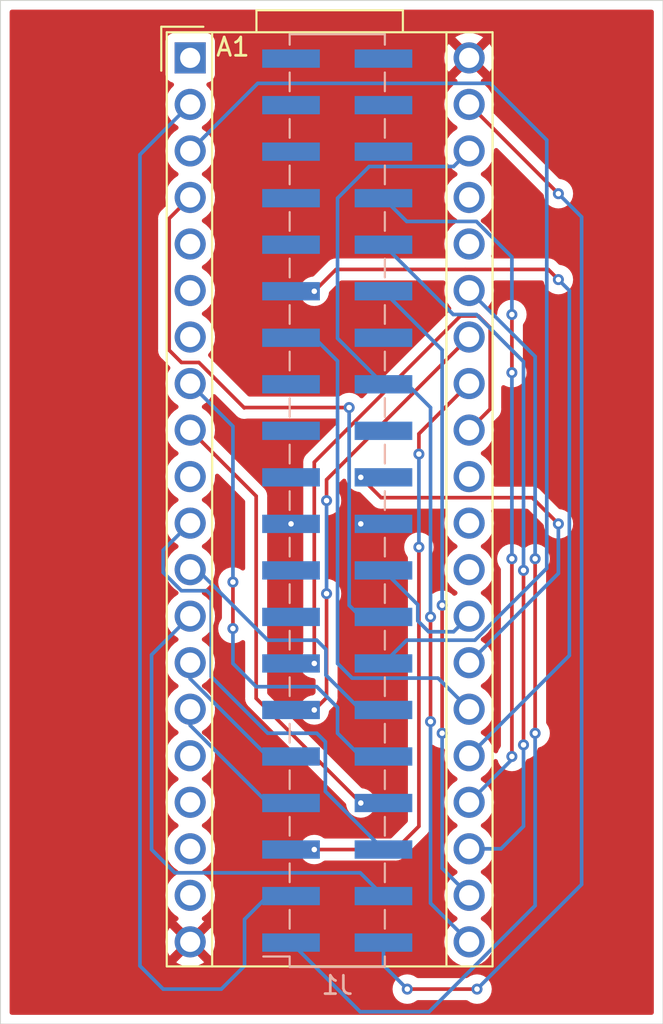
<source format=kicad_pcb>
(kicad_pcb (version 20221018) (generator pcbnew)
  (layers (0 "F.Cu" signal) (31 "B.Cu" signal) (34 "B.Paste" user) (35 "F.Paste" user) (36 "B.SilkS" user "B.Silkscreen") (37 "F.SilkS" user "F.Silkscreen") (38 "B.Mask" user) (39 "F.Mask" user) (44 "Edge.Cuts" user))
  (net 0 "")
  (net 2 "Net-(A1-SD_DATA_3)")
  (net 3 "Net-(A1-SD_DATA_2)")
  (net 4 "Net-(A1-SD_DATA_1)")
  (net 8 "Net-(A1-SPI1_CS)")
  (net 9 "Net-(A1-SPI1_SCK)")
  (net 11 "Net-(A1-SPI1_PICO)")
  (net 12 "Net-(A1-I2C1_SCL)")
  (net 13 "Net-(A1-I2C1_SDA)")
  (net 14 "Net-(A1-USART1_TX)")
  (net 15 "Net-(A1-USART1_RX)")
  (net 20 "Net-(A1-3V3_A)")
  (net 21 "Net-(A1-ADC_0)")
  (net 22 "Net-(A1-ADC_1)")
  (net 23 "Net-(A1-ADC_2)")
  (net 24 "Net-(A1-ADC_3)")
  (net 25 "Net-(A1-ADC_4)")
  (net 26 "Net-(A1-ADC_5)")
  (net 27 "Net-(A1-ADC_6)")
  (net 31 "Net-(A1-SAI2_SD_B)")
  (net 32 "Net-(A1-SAI2_SD_A)")
  (net 33 "Net-(A1-SAI2_FS)")
  (net 34 "Net-(A1-SAI2_SCK)")
  (net 37 "Net-(A1-VIN)")
  (net 38 "GND")
  (footprint "Module:Electrosmith_Daisy_Seed" (layer "F.Cu") (at 155.145 69.175)
    (fp_text reference "A1" (at 2.335 -0.595) (layer "F.SilkS"))
    (fp_text value "Electrosmith_Daisy_Seed_Rev4")
    (fp_line (start -1.58 -1.7) (end -1.58 0.7) (stroke (width 0.12)) (layer "F.SilkS"))
    (fp_line (start -1.28 -1.4) (end 16.52 -1.4) (stroke (width 0.12)) (layer "F.SilkS"))
    (fp_line (start -1.28 49.6) (end -1.28 -1.4) (stroke (width 0.12)) (layer "F.SilkS"))
    (fp_line (start 0.72 -1.7) (end -1.58 -1.7) (stroke (width 0.12)) (layer "F.SilkS"))
    (fp_line (start 1.2 -1.4) (end 1.2 49.6) (stroke (width 0.12)) (layer "F.SilkS"))
    (fp_line (start 3.62 -2.6) (end 11.62 -2.6) (stroke (width 0.12)) (layer "F.SilkS"))
    (fp_line (start 3.62 -1.4) (end 3.62 -2.6) (stroke (width 0.12)) (layer "F.SilkS"))
    (fp_line (start 11.62 -2.6) (end 11.62 -1.4) (stroke (width 0.12)) (layer "F.SilkS"))
    (fp_line (start 14 -1.4) (end 14 49.6) (stroke (width 0.12)) (layer "F.SilkS"))
    (fp_line (start 16.52 -1.4) (end 16.52 49.6) (stroke (width 0.12)) (layer "F.SilkS"))
    (fp_line (start 16.52 49.6) (end -1.28 49.6) (stroke (width 0.12)) (layer "F.SilkS"))
    (pad "1" thru_hole rect (at 0 0) (size 1.7 1.7) (drill 1.1) (layers "*.Cu" "*.Mask"))
    (pad "2" thru_hole circle (at 0 2.54) (size 1.7 1.7) (drill 1.1) (layers "*.Cu" "*.Mask") (net 2 "Net-(A1-SD_DATA_3)"))
    (pad "3" thru_hole circle (at 0 5.08) (size 1.7 1.7) (drill 1.1) (layers "*.Cu" "*.Mask") (net 3 "Net-(A1-SD_DATA_2)"))
    (pad "4" thru_hole circle (at 0 7.62) (size 1.7 1.7) (drill 1.1) (layers "*.Cu" "*.Mask") (net 4 "Net-(A1-SD_DATA_1)"))
    (pad "5" thru_hole circle (at 0 10.16) (size 1.7 1.7) (drill 1.1) (layers "*.Cu" "*.Mask"))
    (pad "6" thru_hole circle (at 0 12.7) (size 1.7 1.7) (drill 1.1) (layers "*.Cu" "*.Mask"))
    (pad "7" thru_hole circle (at 0 15.24) (size 1.7 1.7) (drill 1.1) (layers "*.Cu" "*.Mask"))
    (pad "8" thru_hole circle (at 0 17.78) (size 1.7 1.7) (drill 1.1) (layers "*.Cu" "*.Mask") (net 8 "Net-(A1-SPI1_CS)"))
    (pad "9" thru_hole circle (at 0 20.32) (size 1.7 1.7) (drill 1.1) (layers "*.Cu" "*.Mask") (net 9 "Net-(A1-SPI1_SCK)"))
    (pad "10" thru_hole circle (at 0 22.86) (size 1.7 1.7) (drill 1.1) (layers "*.Cu" "*.Mask"))
    (pad "11" thru_hole circle (at 0 25.4) (size 1.7 1.7) (drill 1.1) (layers "*.Cu" "*.Mask") (net 11 "Net-(A1-SPI1_PICO)"))
    (pad "12" thru_hole circle (at 0 27.94) (size 1.7 1.7) (drill 1.1) (layers "*.Cu" "*.Mask") (net 12 "Net-(A1-I2C1_SCL)"))
    (pad "13" thru_hole circle (at 0 30.48) (size 1.7 1.7) (drill 1.1) (layers "*.Cu" "*.Mask") (net 13 "Net-(A1-I2C1_SDA)"))
    (pad "14" thru_hole circle (at 0 33.02) (size 1.7 1.7) (drill 1.1) (layers "*.Cu" "*.Mask") (net 14 "Net-(A1-USART1_TX)"))
    (pad "15" thru_hole circle (at 0 35.56) (size 1.7 1.7) (drill 1.1) (layers "*.Cu" "*.Mask") (net 15 "Net-(A1-USART1_RX)"))
    (pad "16" thru_hole circle (at 0 38.1) (size 1.7 1.7) (drill 1.1) (layers "*.Cu" "*.Mask"))
    (pad "17" thru_hole circle (at 0 40.64) (size 1.7 1.7) (drill 1.1) (layers "*.Cu" "*.Mask"))
    (pad "18" thru_hole circle (at 0 43.18) (size 1.7 1.7) (drill 1.1) (layers "*.Cu" "*.Mask"))
    (pad "19" thru_hole circle (at 0 45.72) (size 1.7 1.7) (drill 1.1) (layers "*.Cu" "*.Mask"))
    (pad "20" thru_hole circle (at 0 48.26) (size 1.7 1.7) (drill 1.1) (layers "*.Cu" "*.Mask") (net 38 "GND"))
    (pad "21" thru_hole circle (at 15.24 48.26) (size 1.7 1.7) (drill 1.1) (layers "*.Cu" "*.Mask") (net 20 "Net-(A1-3V3_A)"))
    (pad "22" thru_hole circle (at 15.24 45.72) (size 1.7 1.7) (drill 1.1) (layers "*.Cu" "*.Mask") (net 21 "Net-(A1-ADC_0)"))
    (pad "23" thru_hole circle (at 15.24 43.18) (size 1.7 1.7) (drill 1.1) (layers "*.Cu" "*.Mask") (net 22 "Net-(A1-ADC_1)"))
    (pad "24" thru_hole circle (at 15.24 40.64) (size 1.7 1.7) (drill 1.1) (layers "*.Cu" "*.Mask") (net 23 "Net-(A1-ADC_2)"))
    (pad "25" thru_hole circle (at 15.24 38.1) (size 1.7 1.7) (drill 1.1) (layers "*.Cu" "*.Mask") (net 24 "Net-(A1-ADC_3)"))
    (pad "26" thru_hole circle (at 15.24 35.56) (size 1.7 1.7) (drill 1.1) (layers "*.Cu" "*.Mask") (net 25 "Net-(A1-ADC_4)"))
    (pad "27" thru_hole circle (at 15.24 33.02) (size 1.7 1.7) (drill 1.1) (layers "*.Cu" "*.Mask") (net 26 "Net-(A1-ADC_5)"))
    (pad "28" thru_hole circle (at 15.24 30.48) (size 1.7 1.7) (drill 1.1) (layers "*.Cu" "*.Mask") (net 27 "Net-(A1-ADC_6)"))
    (pad "29" thru_hole circle (at 15.24 27.94) (size 1.7 1.7) (drill 1.1) (layers "*.Cu" "*.Mask"))
    (pad "30" thru_hole circle (at 15.24 25.4) (size 1.7 1.7) (drill 1.1) (layers "*.Cu" "*.Mask"))
    (pad "31" thru_hole circle (at 15.24 22.86) (size 1.7 1.7) (drill 1.1) (layers "*.Cu" "*.Mask"))
    (pad "32" thru_hole circle (at 15.24 20.32) (size 1.7 1.7) (drill 1.1) (layers "*.Cu" "*.Mask") (net 31 "Net-(A1-SAI2_SD_B)"))
    (pad "33" thru_hole circle (at 15.24 17.78) (size 1.7 1.7) (drill 1.1) (layers "*.Cu" "*.Mask") (net 32 "Net-(A1-SAI2_SD_A)"))
    (pad "34" thru_hole circle (at 15.24 15.24) (size 1.7 1.7) (drill 1.1) (layers "*.Cu" "*.Mask") (net 33 "Net-(A1-SAI2_FS)"))
    (pad "35" thru_hole circle (at 15.24 12.7) (size 1.7 1.7) (drill 1.1) (layers "*.Cu" "*.Mask") (net 34 "Net-(A1-SAI2_SCK)"))
    (pad "36" thru_hole circle (at 15.24 10.16) (size 1.7 1.7) (drill 1.1) (layers "*.Cu" "*.Mask"))
    (pad "37" thru_hole circle (at 15.24 7.62) (size 1.7 1.7) (drill 1.1) (layers "*.Cu" "*.Mask"))
    (pad "38" thru_hole circle (at 15.24 5.08) (size 1.7 1.7) (drill 1.1) (layers "*.Cu" "*.Mask") (net 20 "Net-(A1-3V3_A)"))
    (pad "39" thru_hole circle (at 15.24 2.54) (size 1.7 1.7) (drill 1.1) (layers "*.Cu" "*.Mask") (net 37 "Net-(A1-VIN)"))
    (pad "40" thru_hole circle (at 15.24 0) (size 1.7 1.7) (drill 1.1) (layers "*.Cu" "*.Mask") (net 38 "GND"))
  )
  (footprint "Connector_PinHeader_2.54mm:PinHeader_2x20_P2.54mm_Vertical_SMD" (layer "B.Cu") (at 163.18 93.345)
    (fp_text reference "J1" (at 0 26.46) (layer "B.SilkS") (effects (justify mirror)))
    (fp_text value "Conn_02x20_Odd_Even")
    (fp_line (start -4.04 24.89) (end -2.6 24.89) (stroke (width 0.12)) (layer "B.SilkS"))
    (fp_line (start -2.6 -25.46) (end 2.6 -25.46) (stroke (width 0.12)) (layer "B.SilkS"))
    (fp_line (start -2.6 -24.89) (end -2.6 -25.46) (stroke (width 0.12)) (layer "B.SilkS"))
    (fp_line (start -2.6 -22.35) (end -2.6 -23.37) (stroke (width 0.12)) (layer "B.SilkS"))
    (fp_line (start -2.6 -19.81) (end -2.6 -20.83) (stroke (width 0.12)) (layer "B.SilkS"))
    (fp_line (start -2.6 -17.27) (end -2.6 -18.29) (stroke (width 0.12)) (layer "B.SilkS"))
    (fp_line (start -2.6 -14.73) (end -2.6 -15.75) (stroke (width 0.12)) (layer "B.SilkS"))
    (fp_line (start -2.6 -12.19) (end -2.6 -13.21) (stroke (width 0.12)) (layer "B.SilkS"))
    (fp_line (start -2.6 -9.65) (end -2.6 -10.67) (stroke (width 0.12)) (layer "B.SilkS"))
    (fp_line (start -2.6 -7.11) (end -2.6 -8.13) (stroke (width 0.12)) (layer "B.SilkS"))
    (fp_line (start -2.6 -4.57) (end -2.6 -5.59) (stroke (width 0.12)) (layer "B.SilkS"))
    (fp_line (start -2.6 -2.03) (end -2.6 -3.05) (stroke (width 0.12)) (layer "B.SilkS"))
    (fp_line (start -2.6 0.51) (end -2.6 -0.51) (stroke (width 0.12)) (layer "B.SilkS"))
    (fp_line (start -2.6 3.05) (end -2.6 2.03) (stroke (width 0.12)) (layer "B.SilkS"))
    (fp_line (start -2.6 5.59) (end -2.6 4.57) (stroke (width 0.12)) (layer "B.SilkS"))
    (fp_line (start -2.6 8.13) (end -2.6 7.11) (stroke (width 0.12)) (layer "B.SilkS"))
    (fp_line (start -2.6 10.67) (end -2.6 9.65) (stroke (width 0.12)) (layer "B.SilkS"))
    (fp_line (start -2.6 13.21) (end -2.6 12.19) (stroke (width 0.12)) (layer "B.SilkS"))
    (fp_line (start -2.6 15.75) (end -2.6 14.73) (stroke (width 0.12)) (layer "B.SilkS"))
    (fp_line (start -2.6 18.29) (end -2.6 17.27) (stroke (width 0.12)) (layer "B.SilkS"))
    (fp_line (start -2.6 20.83) (end -2.6 19.81) (stroke (width 0.12)) (layer "B.SilkS"))
    (fp_line (start -2.6 23.37) (end -2.6 22.35) (stroke (width 0.12)) (layer "B.SilkS"))
    (fp_line (start -2.6 25.46) (end -2.6 24.89) (stroke (width 0.12)) (layer "B.SilkS"))
    (fp_line (start -2.6 25.46) (end 2.6 25.46) (stroke (width 0.12)) (layer "B.SilkS"))
    (fp_line (start 2.6 -24.89) (end 2.6 -25.46) (stroke (width 0.12)) (layer "B.SilkS"))
    (fp_line (start 2.6 -22.35) (end 2.6 -23.37) (stroke (width 0.12)) (layer "B.SilkS"))
    (fp_line (start 2.6 -19.81) (end 2.6 -20.83) (stroke (width 0.12)) (layer "B.SilkS"))
    (fp_line (start 2.6 -17.27) (end 2.6 -18.29) (stroke (width 0.12)) (layer "B.SilkS"))
    (fp_line (start 2.6 -14.73) (end 2.6 -15.75) (stroke (width 0.12)) (layer "B.SilkS"))
    (fp_line (start 2.6 -12.19) (end 2.6 -13.21) (stroke (width 0.12)) (layer "B.SilkS"))
    (fp_line (start 2.6 -9.65) (end 2.6 -10.67) (stroke (width 0.12)) (layer "B.SilkS"))
    (fp_line (start 2.6 -7.11) (end 2.6 -8.13) (stroke (width 0.12)) (layer "B.SilkS"))
    (fp_line (start 2.6 -4.57) (end 2.6 -5.59) (stroke (width 0.12)) (layer "B.SilkS"))
    (fp_line (start 2.6 -2.03) (end 2.6 -3.05) (stroke (width 0.12)) (layer "B.SilkS"))
    (fp_line (start 2.6 0.51) (end 2.6 -0.51) (stroke (width 0.12)) (layer "B.SilkS"))
    (fp_line (start 2.6 3.05) (end 2.6 2.03) (stroke (width 0.12)) (layer "B.SilkS"))
    (fp_line (start 2.6 5.59) (end 2.6 4.57) (stroke (width 0.12)) (layer "B.SilkS"))
    (fp_line (start 2.6 8.13) (end 2.6 7.11) (stroke (width 0.12)) (layer "B.SilkS"))
    (fp_line (start 2.6 10.67) (end 2.6 9.65) (stroke (width 0.12)) (layer "B.SilkS"))
    (fp_line (start 2.6 13.21) (end 2.6 12.19) (stroke (width 0.12)) (layer "B.SilkS"))
    (fp_line (start 2.6 15.75) (end 2.6 14.73) (stroke (width 0.12)) (layer "B.SilkS"))
    (fp_line (start 2.6 18.29) (end 2.6 17.27) (stroke (width 0.12)) (layer "B.SilkS"))
    (fp_line (start 2.6 20.83) (end 2.6 19.81) (stroke (width 0.12)) (layer "B.SilkS"))
    (fp_line (start 2.6 23.37) (end 2.6 22.35) (stroke (width 0.12)) (layer "B.SilkS"))
    (fp_line (start 2.6 25.46) (end 2.6 24.89) (stroke (width 0.12)) (layer "B.SilkS"))
    (pad "1" smd rect (at -2.525 24.13) (size 3.15 1) (layers "B.Cu" "B.Paste" "B.Mask") (net 34 "Net-(A1-SAI2_SCK)"))
    (pad "2" smd rect (at 2.525 24.13) (size 3.15 1) (layers "B.Cu" "B.Paste" "B.Mask") (net 37 "Net-(A1-VIN)"))
    (pad "3" smd rect (at -2.525 21.59) (size 3.15 1) (layers "B.Cu" "B.Paste" "B.Mask") (net 2 "Net-(A1-SD_DATA_3)"))
    (pad "4" smd rect (at 2.525 21.59) (size 3.15 1) (layers "B.Cu" "B.Paste" "B.Mask") (net 13 "Net-(A1-I2C1_SDA)"))
    (pad "5" smd rect (at -2.525 19.05) (size 3.15 1) (layers "B.Cu" "B.Paste" "B.Mask") (net 32 "Net-(A1-SAI2_SD_A)"))
    (pad "6" smd rect (at 2.525 19.05) (size 3.15 1) (layers "B.Cu" "B.Paste" "B.Mask") (net 11 "Net-(A1-SPI1_PICO)"))
    (pad "7" smd rect (at -2.525 16.51) (size 3.15 1) (layers "B.Cu" "B.Paste" "B.Mask") (net 15 "Net-(A1-USART1_RX)"))
    (pad "8" smd rect (at 2.525 16.51) (size 3.15 1) (layers "B.Cu" "B.Paste" "B.Mask") (net 9 "Net-(A1-SPI1_SCK)"))
    (pad "9" smd rect (at -2.525 13.97) (size 3.15 1) (layers "B.Cu" "B.Paste" "B.Mask") (net 14 "Net-(A1-USART1_TX)"))
    (pad "10" smd rect (at 2.525 13.97) (size 3.15 1) (layers "B.Cu" "B.Paste" "B.Mask") (net 8 "Net-(A1-SPI1_CS)"))
    (pad "11" smd rect (at -2.525 11.43) (size 3.15 1) (layers "B.Cu" "B.Paste" "B.Mask") (net 33 "Net-(A1-SAI2_FS)"))
    (pad "12" smd rect (at 2.525 11.43) (size 3.15 1) (layers "B.Cu" "B.Paste" "B.Mask") (net 12 "Net-(A1-I2C1_SCL)"))
    (pad "13" smd rect (at -2.525 8.89) (size 3.15 1) (layers "B.Cu" "B.Paste" "B.Mask") (net 31 "Net-(A1-SAI2_SD_B)"))
    (pad "14" smd rect (at 2.525 8.89) (size 3.15 1) (layers "B.Cu" "B.Paste" "B.Mask") (net 3 "Net-(A1-SD_DATA_2)"))
    (pad "15" smd rect (at -2.525 6.35) (size 3.15 1) (layers "B.Cu" "B.Paste" "B.Mask"))
    (pad "16" smd rect (at 2.525 6.35) (size 3.15 1) (layers "B.Cu" "B.Paste" "B.Mask") (net 4 "Net-(A1-SD_DATA_1)"))
    (pad "17" smd rect (at -2.525 3.81) (size 3.15 1) (layers "B.Cu" "B.Paste" "B.Mask"))
    (pad "18" smd rect (at 2.525 3.81) (size 3.15 1) (layers "B.Cu" "B.Paste" "B.Mask") (net 27 "Net-(A1-ADC_6)"))
    (pad "19" smd rect (at -2.525 1.27) (size 3.15 1) (layers "B.Cu" "B.Paste" "B.Mask") (net 38 "GND"))
    (pad "20" smd rect (at 2.525 1.27) (size 3.15 1) (layers "B.Cu" "B.Paste" "B.Mask") (net 38 "GND"))
    (pad "21" smd rect (at -2.525 -1.27) (size 3.15 1) (layers "B.Cu" "B.Paste" "B.Mask"))
    (pad "22" smd rect (at 2.525 -1.27) (size 3.15 1) (layers "B.Cu" "B.Paste" "B.Mask") (net 26 "Net-(A1-ADC_5)"))
    (pad "23" smd rect (at -2.525 -3.81) (size 3.15 1) (layers "B.Cu" "B.Paste" "B.Mask"))
    (pad "24" smd rect (at 2.525 -3.81) (size 3.15 1) (layers "B.Cu" "B.Paste" "B.Mask"))
    (pad "25" smd rect (at -2.525 -6.35) (size 3.15 1) (layers "B.Cu" "B.Paste" "B.Mask"))
    (pad "26" smd rect (at 2.525 -6.35) (size 3.15 1) (layers "B.Cu" "B.Paste" "B.Mask") (net 20 "Net-(A1-3V3_A)"))
    (pad "27" smd rect (at -2.525 -8.89) (size 3.15 1) (layers "B.Cu" "B.Paste" "B.Mask") (net 25 "Net-(A1-ADC_4)"))
    (pad "28" smd rect (at 2.525 -8.89) (size 3.15 1) (layers "B.Cu" "B.Paste" "B.Mask"))
    (pad "29" smd rect (at -2.525 -11.43) (size 3.15 1) (layers "B.Cu" "B.Paste" "B.Mask") (net 24 "Net-(A1-ADC_3)"))
    (pad "30" smd rect (at 2.525 -11.43) (size 3.15 1) (layers "B.Cu" "B.Paste" "B.Mask") (net 21 "Net-(A1-ADC_0)"))
    (pad "31" smd rect (at -2.525 -13.97) (size 3.15 1) (layers "B.Cu" "B.Paste" "B.Mask"))
    (pad "32" smd rect (at 2.525 -13.97) (size 3.15 1) (layers "B.Cu" "B.Paste" "B.Mask") (net 22 "Net-(A1-ADC_1)"))
    (pad "33" smd rect (at -2.525 -16.51) (size 3.15 1) (layers "B.Cu" "B.Paste" "B.Mask"))
    (pad "34" smd rect (at 2.525 -16.51) (size 3.15 1) (layers "B.Cu" "B.Paste" "B.Mask") (net 23 "Net-(A1-ADC_2)"))
    (pad "35" smd rect (at -2.525 -19.05) (size 3.15 1) (layers "B.Cu" "B.Paste" "B.Mask"))
    (pad "36" smd rect (at 2.525 -19.05) (size 3.15 1) (layers "B.Cu" "B.Paste" "B.Mask"))
    (pad "37" smd rect (at -2.525 -21.59) (size 3.15 1) (layers "B.Cu" "B.Paste" "B.Mask"))
    (pad "38" smd rect (at 2.525 -21.59) (size 3.15 1) (layers "B.Cu" "B.Paste" "B.Mask"))
    (pad "39" smd rect (at -2.525 -24.13) (size 3.15 1) (layers "B.Cu" "B.Paste" "B.Mask"))
    (pad "40" smd rect (at 2.525 -24.13) (size 3.15 1) (layers "B.Cu" "B.Paste" "B.Mask"))
  )
  (gr_rect (start 144.78 66.04) (end 180.975 121.92) (stroke (width 0.05)) (fill none) (layer "Edge.Cuts"))
  (segment (start 158.115 116.205) (end 159.385 114.935) (width 0.2) (layer "B.Cu") (net 2))
  (segment (start 156.845 120.015) (end 158.115 118.745) (width 0.2) (layer "B.Cu") (net 2))
  (segment (start 152.4 74.46) (end 152.4 118.745) (width 0.2) (layer "B.Cu") (net 2))
  (segment (start 153.67 120.015) (end 156.845 120.015) (width 0.2) (layer "B.Cu") (net 2))
  (segment (start 158.115 118.745) (end 158.115 116.205) (width 0.2) (layer "B.Cu") (net 2))
  (segment (start 155.145 71.715) (end 152.4 74.46) (width 0.2) (layer "B.Cu") (net 2))
  (segment (start 152.4 118.745) (end 153.67 120.015) (width 0.2) (layer "B.Cu") (net 2))
  (segment (start 159.385 114.935) (end 160.655 114.935) (width 0.2) (layer "B.Cu") (net 2))
  (segment (start 158.835 70.565) (end 171.53 70.565) (width 0.2) (layer "B.Cu") (net 3))
  (segment (start 174.625 73.66) (end 174.625 97.041346) (width 0.2) (layer "B.Cu") (net 3))
  (segment (start 171.53 70.565) (end 174.625 73.66) (width 0.2) (layer "B.Cu") (net 3))
  (segment (start 174.625 97.041346) (end 170.701346 100.965) (width 0.2) (layer "B.Cu") (net 3))
  (segment (start 170.701346 100.965) (end 166.975 100.965) (width 0.2) (layer "B.Cu") (net 3))
  (segment (start 166.975 100.965) (end 165.705 102.235) (width 0.2) (layer "B.Cu") (net 3))
  (segment (start 155.145 74.255) (end 158.835 70.565) (width 0.2) (layer "B.Cu") (net 3))
  (segment (start 163.83 88.265) (end 158.115 88.265) (width 0.2) (layer "F.Cu") (net 4))
  (segment (start 155.145 76.795) (end 153.995 77.945) (width 0.2) (layer "F.Cu") (net 4))
  (segment (start 158.115 88.265) (end 158.098173 88.281827) (width 0.2) (layer "F.Cu") (net 4))
  (segment (start 153.995 85.131346) (end 154.668654 85.805) (width 0.2) (layer "F.Cu") (net 4))
  (segment (start 154.668654 85.805) (end 155.621346 85.805) (width 0.2) (layer "F.Cu") (net 4))
  (segment (start 153.995 77.945) (end 153.995 85.131346) (width 0.2) (layer "F.Cu") (net 4))
  (segment (start 155.621346 85.805) (end 158.098173 88.281827) (width 0.2) (layer "F.Cu") (net 4))
  (via (at 163.83 88.265) (size 0.6) (drill 0.3) (layers "F.Cu" "B.Cu") (net 4))
  (segment (start 163.83 99.06) (end 163.83 88.265) (width 0.2) (layer "B.Cu") (net 4))
  (segment (start 165.705 99.695) (end 164.465 99.695) (width 0.2) (layer "B.Cu") (net 4))
  (segment (start 164.465 99.695) (end 163.83 99.06) (width 0.2) (layer "B.Cu") (net 4))
  (segment (start 157.48 100.33) (end 157.48 97.79) (width 0.2) (layer "F.Cu") (net 8))
  (via (at 157.48 100.33) (size 0.6) (drill 0.3) (layers "F.Cu" "B.Cu") (net 8))
  (via (at 157.48 97.79) (size 0.6) (drill 0.3) (layers "F.Cu" "B.Cu") (net 8))
  (segment (start 157.48 89.29) (end 155.145 86.955) (width 0.2) (layer "B.Cu") (net 8))
  (segment (start 157.48 102.235) (end 157.48 100.33) (width 0.2) (layer "B.Cu") (net 8))
  (segment (start 163.195 104.64) (end 162.06 103.505) (width 0.2) (layer "B.Cu") (net 8))
  (segment (start 165.705 107.315) (end 164.465 107.315) (width 0.2) (layer "B.Cu") (net 8))
  (segment (start 162.06 103.505) (end 158.75 103.505) (width 0.2) (layer "B.Cu") (net 8))
  (segment (start 164.465 107.315) (end 163.195 106.045) (width 0.2) (layer "B.Cu") (net 8))
  (segment (start 157.48 97.79) (end 157.48 89.29) (width 0.2) (layer "B.Cu") (net 8))
  (segment (start 158.75 103.505) (end 157.48 102.235) (width 0.2) (layer "B.Cu") (net 8))
  (segment (start 163.195 106.045) (end 163.195 104.64) (width 0.2) (layer "B.Cu") (net 8))
  (segment (start 158.75 104.14) (end 158.75 93.1) (width 0.2) (layer "F.Cu") (net 9))
  (segment (start 158.75 93.1) (end 155.145 89.495) (width 0.2) (layer "F.Cu") (net 9))
  (segment (start 164.465 109.855) (end 158.75 104.14) (width 0.2) (layer "F.Cu") (net 9))
  (via (at 164.465 109.855) (size 0.6) (drill 0.3) (layers "F.Cu" "B.Cu") (net 9))
  (segment (start 156.295 102.955) (end 156.295 98.51) (width 0.2) (layer "B.Cu") (net 11))
  (segment (start 156.295 98.51) (end 156.05 98.265) (width 0.2) (layer "B.Cu") (net 11))
  (segment (start 162.53 106.515) (end 162.06 106.045) (width 0.2) (layer "B.Cu") (net 11))
  (segment (start 156.05 98.265) (end 154.668654 98.265) (width 0.2) (layer "B.Cu") (net 11))
  (segment (start 153.67 96.05) (end 155.145 94.575) (width 0.2) (layer "B.Cu") (net 11))
  (segment (start 154.668654 98.265) (end 153.67 97.266346) (width 0.2) (layer "B.Cu") (net 11))
  (segment (start 153.67 97.266346) (end 153.67 96.05) (width 0.2) (layer "B.Cu") (net 11))
  (segment (start 159.385 106.045) (end 156.295 102.955) (width 0.2) (layer "B.Cu") (net 11))
  (segment (start 162.06 106.045) (end 159.385 106.045) (width 0.2) (layer "B.Cu") (net 11))
  (segment (start 162.53 109.22) (end 162.53 106.515) (width 0.2) (layer "B.Cu") (net 11))
  (segment (start 165.705 112.395) (end 162.53 109.22) (width 0.2) (layer "B.Cu") (net 11))
  (segment (start 162.56 102.87) (end 162.56 101.465) (width 0.2) (layer "B.Cu") (net 12))
  (segment (start 155.535 97.115) (end 155.145 97.115) (width 0.2) (layer "B.Cu") (net 12))
  (segment (start 162.56 101.465) (end 162.06 100.965) (width 0.2) (layer "B.Cu") (net 12))
  (segment (start 162.06 100.965) (end 159.385 100.965) (width 0.2) (layer "B.Cu") (net 12))
  (segment (start 159.385 100.965) (end 155.535 97.115) (width 0.2) (layer "B.Cu") (net 12))
  (segment (start 165.705 104.775) (end 164.465 104.775) (width 0.2) (layer "B.Cu") (net 12))
  (segment (start 164.465 104.775) (end 162.56 102.87) (width 0.2) (layer "B.Cu") (net 12))
  (segment (start 154.305 113.665) (end 164.435 113.665) (width 0.2) (layer "B.Cu") (net 13))
  (segment (start 153.035 112.395) (end 154.305 113.665) (width 0.2) (layer "B.Cu") (net 13))
  (segment (start 153.035 101.765) (end 153.035 112.395) (width 0.2) (layer "B.Cu") (net 13))
  (segment (start 164.435 113.665) (end 165.705 114.935) (width 0.2) (layer "B.Cu") (net 13))
  (segment (start 155.145 99.655) (end 153.035 101.765) (width 0.2) (layer "B.Cu") (net 13))
  (segment (start 155.145 103.075) (end 159.385 107.315) (width 0.2) (layer "B.Cu") (net 14))
  (segment (start 155.145 102.195) (end 155.145 103.075) (width 0.2) (layer "B.Cu") (net 14))
  (segment (start 159.385 107.315) (end 160.655 107.315) (width 0.2) (layer "B.Cu") (net 14))
  (segment (start 159.385 109.855) (end 160.655 109.855) (width 0.2) (layer "B.Cu") (net 15))
  (segment (start 155.145 104.735) (end 155.145 105.615) (width 0.2) (layer "B.Cu") (net 15))
  (segment (start 155.145 105.615) (end 159.385 109.855) (width 0.2) (layer "B.Cu") (net 15))
  (segment (start 168.275 99.695) (end 168.275 105.41) (width 0.2) (layer "F.Cu") (net 20))
  (via (at 168.275 99.695) (size 0.6) (drill 0.3) (layers "F.Cu" "B.Cu") (net 20))
  (via (at 168.275 105.41) (size 0.6) (drill 0.3) (layers "F.Cu" "B.Cu") (net 20))
  (segment (start 164.925 75.105) (end 163.195 76.835) (width 0.2) (layer "B.Cu") (net 20))
  (segment (start 168.275 115.325) (end 170.385 117.435) (width 0.2) (layer "B.Cu") (net 20))
  (segment (start 163.195 84.485) (end 165.705 86.995) (width 0.2) (layer "B.Cu") (net 20))
  (segment (start 163.195 76.835) (end 163.195 84.485) (width 0.2) (layer "B.Cu") (net 20))
  (segment (start 167.005 86.995) (end 165.705 86.995) (width 0.2) (layer "B.Cu") (net 20))
  (segment (start 170.385 74.255) (end 169.535 75.105) (width 0.2) (layer "B.Cu") (net 20))
  (segment (start 168.275 99.695) (end 168.275 88.265) (width 0.2) (layer "B.Cu") (net 20))
  (segment (start 169.535 75.105) (end 164.925 75.105) (width 0.2) (layer "B.Cu") (net 20))
  (segment (start 168.275 88.265) (end 167.005 86.995) (width 0.2) (layer "B.Cu") (net 20))
  (segment (start 168.275 115.325) (end 168.275 105.41) (width 0.2) (layer "B.Cu") (net 20))
  (segment (start 168.91 106.045) (end 168.91 99.06) (width 0.2) (layer "F.Cu") (net 21))
  (via (at 168.91 106.045) (size 0.6) (drill 0.3) (layers "F.Cu" "B.Cu") (net 21))
  (via (at 168.91 99.06) (size 0.6) (drill 0.3) (layers "F.Cu" "B.Cu") (net 21))
  (segment (start 168.91 106.045) (end 168.91 113.42) (width 0.2) (layer "B.Cu") (net 21))
  (segment (start 168.91 99.06) (end 168.91 85.12) (width 0.2) (layer "B.Cu") (net 21))
  (segment (start 168.91 113.42) (end 170.385 114.895) (width 0.2) (layer "B.Cu") (net 21))
  (segment (start 168.91 85.12) (end 165.705 81.915) (width 0.2) (layer "B.Cu") (net 21))
  (segment (start 173.355 106.68) (end 173.355 97.155) (width 0.2) (layer "F.Cu") (net 22))
  (via (at 173.355 97.155) (size 0.6) (drill 0.3) (layers "F.Cu" "B.Cu") (net 22))
  (via (at 173.355 106.68) (size 0.6) (drill 0.3) (layers "F.Cu" "B.Cu") (net 22))
  (segment (start 173.355 111.125) (end 172.125 112.355) (width 0.2) (layer "B.Cu") (net 22))
  (segment (start 172.125 112.355) (end 170.385 112.355) (width 0.2) (layer "B.Cu") (net 22))
  (segment (start 170.781346 83.185) (end 169.515 83.185) (width 0.2) (layer "B.Cu") (net 22))
  (segment (start 169.515 83.185) (end 165.705 79.375) (width 0.2) (layer "B.Cu") (net 22))
  (segment (start 173.355 97.155) (end 173.355 85.758654) (width 0.2) (layer "B.Cu") (net 22))
  (segment (start 173.355 85.758654) (end 170.781346 83.185) (width 0.2) (layer "B.Cu") (net 22))
  (segment (start 173.355 106.68) (end 173.355 111.125) (width 0.2) (layer "B.Cu") (net 22))
  (segment (start 172.72 107.315) (end 172.72 96.52) (width 0.2) (layer "F.Cu") (net 23))
  (segment (start 172.72 86.36) (end 172.72 83.185) (width 0.2) (layer "F.Cu") (net 23))
  (via (at 172.72 86.36) (size 0.6) (drill 0.3) (layers "F.Cu" "B.Cu") (net 23))
  (via (at 172.72 107.315) (size 0.6) (drill 0.3) (layers "F.Cu" "B.Cu") (net 23))
  (via (at 172.72 96.52) (size 0.6) (drill 0.3) (layers "F.Cu" "B.Cu") (net 23))
  (via (at 172.72 83.185) (size 0.6) (drill 0.3) (layers "F.Cu" "B.Cu") (net 23))
  (segment (start 166.975 78.105) (end 165.705 76.835) (width 0.2) (layer "B.Cu") (net 23))
  (segment (start 172.72 80.043654) (end 170.781346 78.105) (width 0.2) (layer "B.Cu") (net 23))
  (segment (start 172.72 83.185) (end 172.72 80.043654) (width 0.2) (layer "B.Cu") (net 23))
  (segment (start 170.781346 78.105) (end 166.975 78.105) (width 0.2) (layer "B.Cu") (net 23))
  (segment (start 172.72 107.315) (end 172.72 107.48) (width 0.2) (layer "B.Cu") (net 23))
  (segment (start 172.72 107.48) (end 170.385 109.815) (width 0.2) (layer "B.Cu") (net 23))
  (segment (start 172.72 96.52) (end 172.72 86.36) (width 0.2) (layer "B.Cu") (net 23))
  (segment (start 174.705 80.725) (end 170.18 80.725) (width 0.2) (layer "F.Cu") (net 24))
  (segment (start 161.925 81.915) (end 163.115 80.725) (width 0.2) (layer "F.Cu") (net 24))
  (segment (start 163.115 80.725) (end 170.18 80.725) (width 0.2) (layer "F.Cu") (net 24))
  (segment (start 175.26 81.28) (end 174.705 80.725) (width 0.2) (layer "F.Cu") (net 24))
  (via (at 161.925 81.915) (size 0.6) (drill 0.3) (layers "F.Cu" "B.Cu") (net 24))
  (via (at 175.26 81.28) (size 0.6) (drill 0.3) (layers "F.Cu" "B.Cu") (net 24))
  (segment (start 175.86 81.88) (end 175.26 81.28) (width 0.2) (layer "B.Cu") (net 24))
  (segment (start 170.385 107.275) (end 175.86 101.8) (width 0.2) (layer "B.Cu") (net 24))
  (segment (start 175.86 101.8) (end 175.86 81.88) (width 0.2) (layer "B.Cu") (net 24))
  (segment (start 161.925 84.455) (end 160.655 84.455) (width 0.2) (layer "B.Cu") (net 25))
  (segment (start 170.385 104.735) (end 168.685 103.035) (width 0.2) (layer "B.Cu") (net 25))
  (segment (start 168.685 103.035) (end 163.995 103.035) (width 0.2) (layer "B.Cu") (net 25))
  (segment (start 163.995 103.035) (end 163.195 102.235) (width 0.2) (layer "B.Cu") (net 25))
  (segment (start 163.195 102.235) (end 163.195 85.725) (width 0.2) (layer "B.Cu") (net 25))
  (segment (start 163.195 85.725) (end 161.925 84.455) (width 0.2) (layer "B.Cu") (net 25))
  (segment (start 173.83 93.185) (end 165.575 93.185) (width 0.2) (layer "F.Cu") (net 26))
  (segment (start 165.575 93.185) (end 164.465 92.075) (width 0.2) (layer "F.Cu") (net 26))
  (segment (start 175.26 94.615) (end 173.83 93.185) (width 0.2) (layer "F.Cu") (net 26))
  (via (at 164.465 92.075) (size 0.6) (drill 0.3) (layers "F.Cu" "B.Cu") (net 26))
  (via (at 175.26 94.615) (size 0.6) (drill 0.3) (layers "F.Cu" "B.Cu") (net 26))
  (segment (start 170.385 102.195) (end 175.26 97.32) (width 0.2) (layer "B.Cu") (net 26))
  (segment (start 175.26 97.32) (end 175.26 94.615) (width 0.2) (layer "B.Cu") (net 26))
  (segment (start 167.58 99.03) (end 165.705 97.155) (width 0.2) (layer "B.Cu") (net 27))
  (segment (start 170.385 99.655) (end 169.535 100.505) (width 0.2) (layer "B.Cu") (net 27))
  (segment (start 168.176471 100.505) (end 167.58 99.908529) (width 0.2) (layer "B.Cu") (net 27))
  (segment (start 167.58 99.908529) (end 167.58 99.03) (width 0.2) (layer "B.Cu") (net 27))
  (segment (start 169.535 100.505) (end 168.176471 100.505) (width 0.2) (layer "B.Cu") (net 27))
  (segment (start 171.535 83.905) (end 171.535 88.345) (width 0.2) (layer "F.Cu") (net 31))
  (segment (start 169.908654 83.265) (end 170.895 83.265) (width 0.2) (layer "F.Cu") (net 31))
  (segment (start 161.925 91.248654) (end 169.908654 83.265) (width 0.2) (layer "F.Cu") (net 31))
  (segment (start 171.535 88.345) (end 170.385 89.495) (width 0.2) (layer "F.Cu") (net 31))
  (segment (start 170.895 83.265) (end 171.535 83.905) (width 0.2) (layer "F.Cu") (net 31))
  (segment (start 161.925 102.235) (end 161.925 91.248654) (width 0.2) (layer "F.Cu") (net 31))
  (via (at 161.925 102.235) (size 0.6) (drill 0.3) (layers "F.Cu" "B.Cu") (net 31))
  (segment (start 167.64 89.7) (end 170.385 86.955) (width 0.2) (layer "F.Cu") (net 32))
  (segment (start 167.64 90.805) (end 167.64 89.7) (width 0.2) (layer "F.Cu") (net 32))
  (segment (start 166.37 112.395) (end 167.64 111.125) (width 0.2) (layer "F.Cu") (net 32))
  (segment (start 161.925 112.395) (end 166.37 112.395) (width 0.2) (layer "F.Cu") (net 32))
  (segment (start 167.64 111.125) (end 167.64 95.885) (width 0.2) (layer "F.Cu") (net 32))
  (via (at 161.925 112.395) (size 0.6) (drill 0.3) (layers "F.Cu" "B.Cu") (net 32))
  (via (at 167.64 90.805) (size 0.6) (drill 0.3) (layers "F.Cu" "B.Cu") (net 32))
  (via (at 167.64 95.885) (size 0.6) (drill 0.3) (layers "F.Cu" "B.Cu") (net 32))
  (segment (start 167.64 95.885) (end 167.64 90.805) (width 0.2) (layer "B.Cu") (net 32))
  (segment (start 162.595 104.105) (end 161.925 104.775) (width 0.2) (layer "F.Cu") (net 33))
  (segment (start 162.595 98.425) (end 162.595 104.105) (width 0.2) (layer "F.Cu") (net 33))
  (segment (start 162.595 93.345) (end 162.595 92.205) (width 0.2) (layer "F.Cu") (net 33))
  (segment (start 162.595 92.205) (end 170.385 84.415) (width 0.2) (layer "F.Cu") (net 33))
  (via (at 162.595 93.345) (size 0.6) (drill 0.3) (layers "F.Cu" "B.Cu") (net 33))
  (via (at 162.595 98.425) (size 0.6) (drill 0.3) (layers "F.Cu" "B.Cu") (net 33))
  (via (at 161.925 104.775) (size 0.6) (drill 0.3) (layers "F.Cu" "B.Cu") (net 33))
  (segment (start 162.595 93.345) (end 162.595 98.425) (width 0.2) (layer "B.Cu") (net 33))
  (segment (start 173.99 96.52) (end 173.99 106.045) (width 0.2) (layer "F.Cu") (net 34))
  (via (at 173.99 96.52) (size 0.6) (drill 0.3) (layers "F.Cu" "B.Cu") (net 34))
  (via (at 173.99 106.045) (size 0.6) (drill 0.3) (layers "F.Cu" "B.Cu") (net 34))
  (segment (start 173.99 106.045) (end 173.99 115.456346) (width 0.2) (layer "B.Cu") (net 34))
  (segment (start 168.196346 121.25) (end 164.43 121.25) (width 0.2) (layer "B.Cu") (net 34))
  (segment (start 173.99 85.48) (end 170.385 81.875) (width 0.2) (layer "B.Cu") (net 34))
  (segment (start 164.43 121.25) (end 160.655 117.475) (width 0.2) (layer "B.Cu") (net 34))
  (segment (start 173.99 115.456346) (end 168.196346 121.25) (width 0.2) (layer "B.Cu") (net 34))
  (segment (start 173.99 96.52) (end 173.99 85.48) (width 0.2) (layer "B.Cu") (net 34))
  (segment (start 175.26 76.59) (end 170.385 71.715) (width 0.2) (layer "F.Cu") (net 37))
  (segment (start 167.005 120.015) (end 170.815 120.015) (width 0.2) (layer "F.Cu") (net 37))
  (via (at 170.815 120.015) (size 0.6) (drill 0.3) (layers "F.Cu" "B.Cu") (net 37))
  (via (at 167.005 120.015) (size 0.6) (drill 0.3) (layers "F.Cu" "B.Cu") (net 37))
  (via (at 175.26 76.59) (size 0.6) (drill 0.3) (layers "F.Cu" "B.Cu") (net 37))
  (segment (start 176.53 114.3) (end 176.53 77.86) (width 0.2) (layer "B.Cu") (net 37))
  (segment (start 176.53 77.86) (end 175.26 76.59) (width 0.2) (layer "B.Cu") (net 37))
  (segment (start 167.005 120.015) (end 165.705 118.715) (width 0.2) (layer "B.Cu") (net 37))
  (segment (start 170.815 120.015) (end 176.53 114.3) (width 0.2) (layer "B.Cu") (net 37))
  (segment (start 165.705 118.715) (end 165.705 117.475) (width 0.2) (layer "B.Cu") (net 37))
  (via (at 160.655 94.615) (size 0.6) (drill 0.3) (layers "F.Cu" "B.Cu") (net 38))
  (via (at 164.465 94.615) (size 0.6) (drill 0.3) (layers "F.Cu" "B.Cu") (net 38))
  (zone (net 38) (net_name "GND") (layer "F.Cu") (connect_pads (clearance 0.5)) (min_thickness 0.25) (fill yes (thermal_gap 0.5) (thermal_bridge_width 0.5))
    (polygon (pts (xy 144.78 66.04) (xy 144.78 121.92) (xy 180.975 121.92) (xy 180.975 66.04)))
  )
)
</source>
